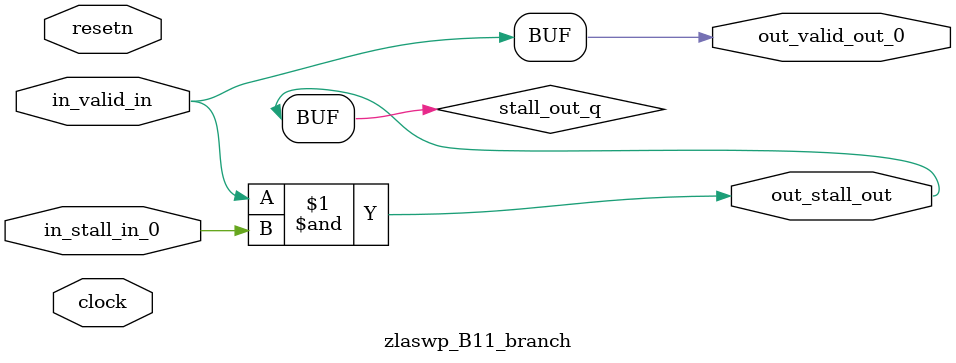
<source format=sv>



(* altera_attribute = "-name AUTO_SHIFT_REGISTER_RECOGNITION OFF; -name MESSAGE_DISABLE 10036; -name MESSAGE_DISABLE 10037; -name MESSAGE_DISABLE 14130; -name MESSAGE_DISABLE 14320; -name MESSAGE_DISABLE 15400; -name MESSAGE_DISABLE 14130; -name MESSAGE_DISABLE 10036; -name MESSAGE_DISABLE 12020; -name MESSAGE_DISABLE 12030; -name MESSAGE_DISABLE 12010; -name MESSAGE_DISABLE 12110; -name MESSAGE_DISABLE 14320; -name MESSAGE_DISABLE 13410; -name MESSAGE_DISABLE 113007; -name MESSAGE_DISABLE 10958" *)
module zlaswp_B11_branch (
    input wire [0:0] in_stall_in_0,
    input wire [0:0] in_valid_in,
    output wire [0:0] out_stall_out,
    output wire [0:0] out_valid_out_0,
    input wire clock,
    input wire resetn
    );

    wire [0:0] stall_out_q;


    // stall_out(LOGICAL,6)
    assign stall_out_q = in_valid_in & in_stall_in_0;

    // out_stall_out(GPOUT,4)
    assign out_stall_out = stall_out_q;

    // out_valid_out_0(GPOUT,5)
    assign out_valid_out_0 = in_valid_in;

endmodule

</source>
